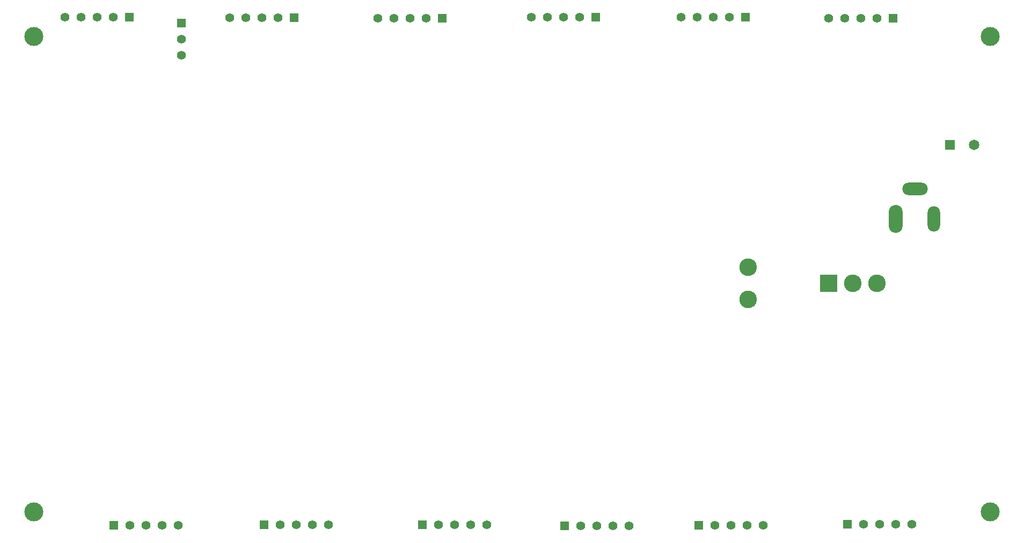
<source format=gbr>
%TF.GenerationSoftware,KiCad,Pcbnew,9.0.0*%
%TF.CreationDate,2025-04-24T16:42:49+01:00*%
%TF.ProjectId,DST,4453542e-6b69-4636-9164-5f7063625858,rev?*%
%TF.SameCoordinates,Original*%
%TF.FileFunction,Soldermask,Bot*%
%TF.FilePolarity,Negative*%
%FSLAX46Y46*%
G04 Gerber Fmt 4.6, Leading zero omitted, Abs format (unit mm)*
G04 Created by KiCad (PCBNEW 9.0.0) date 2025-04-24 16:42:49*
%MOMM*%
%LPD*%
G01*
G04 APERTURE LIST*
%ADD10R,1.398000X1.398000*%
%ADD11C,1.398000*%
%ADD12C,3.000000*%
%ADD13O,2.200000X4.400000*%
%ADD14O,2.000000X4.000000*%
%ADD15O,4.000000X2.000000*%
%ADD16R,2.775000X2.775000*%
%ADD17C,2.775000*%
%ADD18R,1.650000X1.650000*%
%ADD19C,1.650000*%
G04 APERTURE END LIST*
D10*
%TO.C,J2*%
X121137500Y-52160000D03*
D11*
X121137500Y-54700000D03*
X121137500Y-57240000D03*
%TD*%
D10*
%TO.C,J29*%
X112940000Y-51300000D03*
D11*
X110400000Y-51300000D03*
X107860000Y-51300000D03*
X105320000Y-51300000D03*
X102780000Y-51300000D03*
%TD*%
D12*
%TO.C,REF\u002A\u002A*%
X97900000Y-129300000D03*
%TD*%
D10*
%TO.C,J24*%
X181640000Y-131500000D03*
D11*
X184180000Y-131500000D03*
X186720000Y-131500000D03*
X189260000Y-131500000D03*
X191800000Y-131500000D03*
%TD*%
D10*
%TO.C,J26*%
X202820000Y-131437500D03*
D11*
X205360000Y-131437500D03*
X207900000Y-131437500D03*
X210440000Y-131437500D03*
X212980000Y-131437500D03*
%TD*%
D10*
%TO.C,J22*%
X159180000Y-131400000D03*
D11*
X161720000Y-131400000D03*
X164260000Y-131400000D03*
X166800000Y-131400000D03*
X169340000Y-131400000D03*
%TD*%
D13*
%TO.C,J13*%
X233900000Y-83100000D03*
D14*
X239900000Y-83100000D03*
D15*
X236900000Y-78400000D03*
%TD*%
D10*
%TO.C,J20*%
X134220000Y-131337500D03*
D11*
X136760000Y-131337500D03*
X139300000Y-131337500D03*
X141840000Y-131337500D03*
X144380000Y-131337500D03*
%TD*%
D12*
%TO.C,REF\u002A\u002A*%
X248800000Y-129300000D03*
%TD*%
D10*
%TO.C,J19*%
X233440000Y-51400000D03*
D11*
X230900000Y-51400000D03*
X228360000Y-51400000D03*
X225820000Y-51400000D03*
X223280000Y-51400000D03*
%TD*%
D10*
%TO.C,J25*%
X162320000Y-51400000D03*
D11*
X159780000Y-51400000D03*
X157240000Y-51400000D03*
X154700000Y-51400000D03*
X152160000Y-51400000D03*
%TD*%
D16*
%TO.C,S1*%
X223250000Y-93250000D03*
D17*
X227060000Y-93250000D03*
X230870000Y-93250000D03*
X210550000Y-95790000D03*
X210550000Y-90710000D03*
%TD*%
D10*
%TO.C,J18*%
X110520000Y-131437500D03*
D11*
X113060000Y-131437500D03*
X115600000Y-131437500D03*
X118140000Y-131437500D03*
X120680000Y-131437500D03*
%TD*%
D12*
%TO.C,REF\u002A\u002A*%
X248800000Y-54300000D03*
%TD*%
D10*
%TO.C,J27*%
X138980000Y-51362500D03*
D11*
X136440000Y-51362500D03*
X133900000Y-51362500D03*
X131360000Y-51362500D03*
X128820000Y-51362500D03*
%TD*%
D10*
%TO.C,J28*%
X226280000Y-131300000D03*
D11*
X228820000Y-131300000D03*
X231360000Y-131300000D03*
X233900000Y-131300000D03*
X236440000Y-131300000D03*
%TD*%
D12*
%TO.C,REF\u002A\u002A*%
X97900000Y-54300000D03*
%TD*%
D18*
%TO.C,J1*%
X242390000Y-71400000D03*
D19*
X246200000Y-71400000D03*
%TD*%
D10*
%TO.C,J23*%
X186540000Y-51300000D03*
D11*
X184000000Y-51300000D03*
X181460000Y-51300000D03*
X178920000Y-51300000D03*
X176380000Y-51300000D03*
%TD*%
D10*
%TO.C,J21*%
X210140000Y-51300000D03*
D11*
X207600000Y-51300000D03*
X205060000Y-51300000D03*
X202520000Y-51300000D03*
X199980000Y-51300000D03*
%TD*%
M02*

</source>
